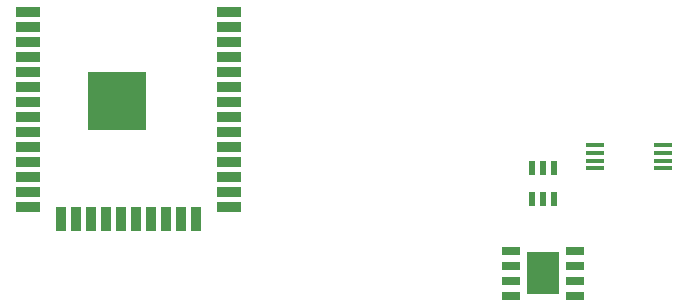
<source format=gbr>
%TF.GenerationSoftware,KiCad,Pcbnew,(5.1.10)-1*%
%TF.CreationDate,2021-07-17T10:17:37+02:00*%
%TF.ProjectId,BCPEHUB1,42435045-4855-4423-912e-6b696361645f,rev?*%
%TF.SameCoordinates,Original*%
%TF.FileFunction,Paste,Top*%
%TF.FilePolarity,Positive*%
%FSLAX46Y46*%
G04 Gerber Fmt 4.6, Leading zero omitted, Abs format (unit mm)*
G04 Created by KiCad (PCBNEW (5.1.10)-1) date 2021-07-17 10:17:37*
%MOMM*%
%LPD*%
G01*
G04 APERTURE LIST*
%ADD10R,2.000000X0.900000*%
%ADD11R,0.900000X2.000000*%
%ADD12R,5.000000X5.000000*%
%ADD13R,1.560000X0.400000*%
%ADD14R,0.550000X1.200000*%
%ADD15R,2.700000X3.600000*%
%ADD16R,1.500000X0.650000*%
G04 APERTURE END LIST*
D10*
%TO.C,U4*%
X129645199Y-93455000D03*
X129645199Y-94725000D03*
X129645199Y-95995000D03*
X129645199Y-97265000D03*
X129645199Y-98535000D03*
X129645199Y-99805000D03*
X129645199Y-101075000D03*
X129645199Y-102345000D03*
X129645199Y-103615000D03*
X129645199Y-104885000D03*
X129645199Y-106155000D03*
X129645199Y-107425000D03*
X129645199Y-108695000D03*
X129645199Y-109965000D03*
D11*
X126860199Y-110965000D03*
X125590199Y-110965000D03*
X124320199Y-110965000D03*
X123050199Y-110965000D03*
X121780199Y-110965000D03*
X120510199Y-110965000D03*
X119240199Y-110965000D03*
X117970199Y-110965000D03*
X116700199Y-110965000D03*
X115430199Y-110965000D03*
D10*
X112645199Y-109965000D03*
X112645199Y-108695000D03*
X112645199Y-107425000D03*
X112645199Y-106155000D03*
X112645199Y-104885000D03*
X112645199Y-103615000D03*
X112645199Y-102345000D03*
X112645199Y-101075000D03*
X112645199Y-99805000D03*
X112645199Y-98535000D03*
X112645199Y-97265000D03*
X112645199Y-95995000D03*
X112645199Y-94725000D03*
X112645199Y-93455000D03*
D12*
X120145199Y-100955000D03*
%TD*%
D13*
%TO.C,U3*%
X166370000Y-104730000D03*
X166370000Y-105380000D03*
X166370000Y-106030000D03*
X166370000Y-106680000D03*
X160610000Y-106680000D03*
X160610000Y-106030000D03*
X160610000Y-105380000D03*
X160610000Y-104730000D03*
%TD*%
D14*
%TO.C,U2*%
X156210000Y-106650000D03*
X155260000Y-106650000D03*
X157160000Y-106650000D03*
X157160000Y-109250000D03*
X156210000Y-109250000D03*
X155260000Y-109250000D03*
%TD*%
D15*
%TO.C,U1*%
X156210000Y-115570000D03*
D16*
X158910000Y-113665000D03*
X158910000Y-114935000D03*
X158910000Y-116205000D03*
X158910000Y-117475000D03*
X153510000Y-117475000D03*
X153510000Y-116205000D03*
X153510000Y-114935000D03*
X153510000Y-113665000D03*
%TD*%
M02*

</source>
